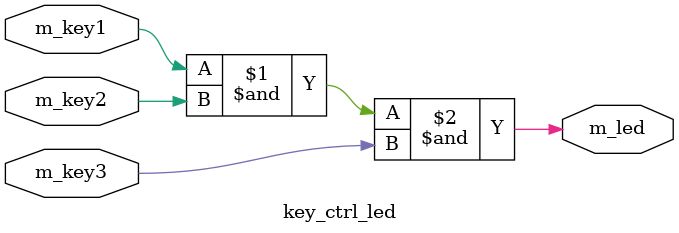
<source format=v>



//----------------------------------------------------------------------------------

module key_ctrl_led(
input wire m_key1,
input wire m_key2,
input wire m_key3,

output wire m_led
);

//assign  led = key1 & key2;
assign  m_led = m_key1 & m_key2 & m_key3 ;

endmodule 
</source>
